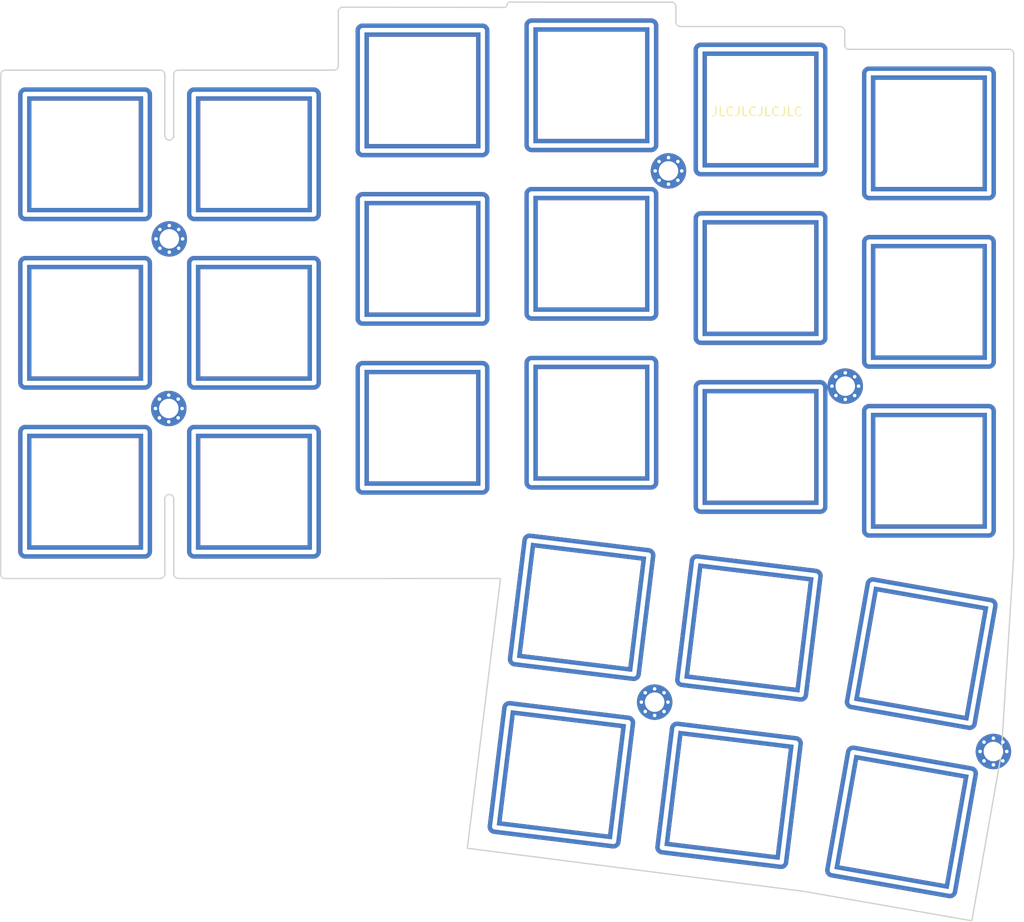
<source format=kicad_pcb>
(kicad_pcb (version 20211014) (generator pcbnew)
  (title_block (title "Corne Top Plate") (date "2018-12-09") (rev "2.1") (company "foostan"))
  (layers (0 "F.Cu" signal) (31 "B.Cu" signal) (34 "B.Paste" user) (35 "F.Paste" user) (36 "B.SilkS" user "B.Silkscreen") (37 "F.SilkS" user "F.Silkscreen") (38 "B.Mask" user) (39 "F.Mask" user) (44 "Edge.Cuts" user))
  (net 0 "")
  (footprint "kbd:SW_Hole_TH" (layer "F.Cu") (at 64.21 70.645)
    (fp_text reference "SW2" hide)
    (fp_text value "KEY_SWITCH" hide)
    (pad "1" thru_hole oval locked (at -6.8 0) (size 1.5 15) (drill oval 0.5 14) (layers *.Cu *.Mask))
    (pad "1" thru_hole oval locked (at 0 -6.8 90) (size 1.5 15) (drill oval 0.5 14) (layers *.Cu *.Mask))
    (pad "1" thru_hole oval locked (at 0 6.8 90) (size 1.5 15) (drill oval 0.5 14) (layers *.Cu *.Mask))
    (pad "1" thru_hole oval locked (at 6.8 0) (size 1.5 15) (drill oval 0.5 14) (layers *.Cu *.Mask))
  )
  (footprint "kbd:SW_Hole_TH" (layer "F.Cu") (at 121.31 62.855)
    (fp_text reference "SW2" hide)
    (fp_text value "KEY_SWITCH" hide)
    (pad "1" thru_hole oval locked (at 0 6.8 90) (size 1.5 15) (drill oval 0.5 14) (layers *.Cu *.Mask))
    (pad "1" thru_hole oval locked (at 6.8 0) (size 1.5 15) (drill oval 0.5 14) (layers *.Cu *.Mask))
    (pad "1" thru_hole oval locked (at 0 -6.8 90) (size 1.5 15) (drill oval 0.5 14) (layers *.Cu *.Mask))
    (pad "1" thru_hole oval locked (at -6.8 0) (size 1.5 15) (drill oval 0.5 14) (layers *.Cu *.Mask))
  )
  (footprint "kbd:SW_Hole_TH" (layer "F.Cu") (at 117.93 140.665 -7)
    (fp_text reference "SW2" hide)
    (fp_text value "KEY_SWITCH" hide)
    (pad "1" thru_hole oval locked (at 6.8 0 353) (size 1.5 15) (drill oval 0.5 14) (layers *.Cu *.Mask))
    (pad "1" thru_hole oval locked (at -6.8 0 353) (size 1.5 15) (drill oval 0.5 14) (layers *.Cu *.Mask))
    (pad "1" thru_hole oval locked (at 0 6.8 83) (size 1.5 15) (drill oval 0.5 14) (layers *.Cu *.Mask))
    (pad "1" thru_hole oval locked (at 0 -6.8 83) (size 1.5 15) (drill oval 0.5 14) (layers *.Cu *.Mask))
  )
  (footprint "kbd:SW_Hole_TH" (layer "F.Cu") (at 140.39 65.595)
    (fp_text reference "SW2" hide)
    (fp_text value "KEY_SWITCH" hide)
    (pad "1" thru_hole oval locked (at 0 6.8 90) (size 1.5 15) (drill oval 0.5 14) (layers *.Cu *.Mask))
    (pad "1" thru_hole oval locked (at -6.8 0) (size 1.5 15) (drill oval 0.5 14) (layers *.Cu *.Mask))
    (pad "1" thru_hole oval locked (at 0 -6.8 90) (size 1.5 15) (drill oval 0.5 14) (layers *.Cu *.Mask))
    (pad "1" thru_hole oval locked (at 6.8 0) (size 1.5 15) (drill oval 0.5 14) (layers *.Cu *.Mask))
  )
  (footprint "kbd:SW_Hole_TH" (layer "F.Cu") (at 83.25 89.665)
    (fp_text reference "SW2" hide)
    (fp_text value "KEY_SWITCH" hide)
    (pad "1" thru_hole oval locked (at -6.8 0) (size 1.5 15) (drill oval 0.5 14) (layers *.Cu *.Mask))
    (pad "1" thru_hole oval locked (at 6.8 0) (size 1.5 15) (drill oval 0.5 14) (layers *.Cu *.Mask))
    (pad "1" thru_hole oval locked (at 0 -6.8 90) (size 1.5 15) (drill oval 0.5 14) (layers *.Cu *.Mask))
    (pad "1" thru_hole oval locked (at 0 6.8 90) (size 1.5 15) (drill oval 0.5 14) (layers *.Cu *.Mask))
  )
  (footprint "kbd:SW_Hole_TH" (layer "F.Cu") (at 102.26 101.515)
    (fp_text reference "SW2" hide)
    (fp_text value "KEY_SWITCH" hide)
    (pad "1" thru_hole oval locked (at 0 6.8 90) (size 1.5 15) (drill oval 0.5 14) (layers *.Cu *.Mask))
    (pad "1" thru_hole oval locked (at 6.8 0) (size 1.5 15) (drill oval 0.5 14) (layers *.Cu *.Mask))
    (pad "1" thru_hole oval locked (at -6.8 0) (size 1.5 15) (drill oval 0.5 14) (layers *.Cu *.Mask))
    (pad "1" thru_hole oval locked (at 0 -6.8 90) (size 1.5 15) (drill oval 0.5 14) (layers *.Cu *.Mask))
  )
  (footprint "kbd:SW_Hole_TH" (layer "F.Cu") (at 64.21 89.665)
    (fp_text reference "SW2" hide)
    (fp_text value "KEY_SWITCH" hide)
    (pad "1" thru_hole oval locked (at 0 -6.8 90) (size 1.5 15) (drill oval 0.5 14) (layers *.Cu *.Mask))
    (pad "1" thru_hole oval locked (at 6.8 0) (size 1.5 15) (drill oval 0.5 14) (layers *.Cu *.Mask))
    (pad "1" thru_hole oval locked (at -6.8 0) (size 1.5 15) (drill oval 0.5 14) (layers *.Cu *.Mask))
    (pad "1" thru_hole oval locked (at 0 6.8 90) (size 1.5 15) (drill oval 0.5 14) (layers *.Cu *.Mask))
  )
  (footprint "kbd:SW_Hole_TH" (layer "F.Cu") (at 159.38 68.285)
    (fp_text reference "SW2" hide)
    (fp_text value "KEY_SWITCH" hide)
    (pad "1" thru_hole oval locked (at -6.8 0) (size 1.5 15) (drill oval 0.5 14) (layers *.Cu *.Mask))
    (pad "1" thru_hole oval locked (at 0 6.8 90) (size 1.5 15) (drill oval 0.5 14) (layers *.Cu *.Mask))
    (pad "1" thru_hole oval locked (at 6.8 0) (size 1.5 15) (drill oval 0.5 14) (layers *.Cu *.Mask))
    (pad "1" thru_hole oval locked (at 0 -6.8 90) (size 1.5 15) (drill oval 0.5 14) (layers *.Cu *.Mask))
  )
  (footprint "kbd:SW_Hole_TH" (layer "F.Cu") (at 159.38 106.365)
    (fp_text reference "SW2" hide)
    (fp_text value "KEY_SWITCH" hide)
    (pad "1" thru_hole oval locked (at -6.8 0) (size 1.5 15) (drill oval 0.5 14) (layers *.Cu *.Mask))
    (pad "1" thru_hole oval locked (at 0 -6.8 90) (size 1.5 15) (drill oval 0.5 14) (layers *.Cu *.Mask))
    (pad "1" thru_hole oval locked (at 0 6.8 90) (size 1.5 15) (drill oval 0.5 14) (layers *.Cu *.Mask))
    (pad "1" thru_hole oval locked (at 6.8 0) (size 1.5 15) (drill oval 0.5 14) (layers *.Cu *.Mask))
  )
  (footprint "kbd:M2_HOLE_v3" (layer "F.Cu") (at 166.655565 138.041013 90)
    (fp_text reference "" (at 0 -3.2 90) (layer "F.SilkS"))
    (fp_text value "")
    (pad "1" thru_hole circle locked (at -1.06 -1.06 90) (size 0.5 0.5) (drill 0.4) (layers *.Cu *.Mask))
    (pad "1" thru_hole circle locked (at 0 -1.5 90) (size 0.5 0.5) (drill 0.4) (layers *.Cu *.Mask))
    (pad "1" thru_hole circle locked (at 1.5 0 90) (size 0.5 0.5) (drill 0.4) (layers *.Cu *.Mask))
    (pad "1" thru_hole circle locked (at 1.06 -1.06 90) (size 0.5 0.5) (drill 0.4) (layers *.Cu *.Mask))
    (pad "1" thru_hole circle locked (at -1.5 0 90) (size 0.5 0.5) (drill 0.4) (layers *.Cu *.Mask))
    (pad "1" thru_hole circle locked (at 0 1.5 90) (size 0.5 0.5) (drill 0.4) (layers *.Cu *.Mask))
    (pad "1" thru_hole circle locked (at -1.06 1.06 90) (size 0.5 0.5) (drill 0.4) (layers *.Cu *.Mask))
    (pad "1" thru_hole circle locked (at 1.06 1.06 90) (size 0.5 0.5) (drill 0.4) (layers *.Cu *.Mask))
    (pad "1" thru_hole circle locked (at 0 0 90) (size 4 4) (drill 2.2) (layers *.Cu *.Mask))
  )
  (footprint "kbd:SW_Hole_TH" (layer "F.Cu") (at 102.26 63.435)
    (fp_text reference "SW2" hide)
    (fp_text value "KEY_SWITCH" hide)
    (pad "1" thru_hole oval locked (at 0 6.8 90) (size 1.5 15) (drill oval 0.5 14) (layers *.Cu *.Mask))
    (pad "1" thru_hole oval locked (at 0 -6.8 90) (size 1.5 15) (drill oval 0.5 14) (layers *.Cu *.Mask))
    (pad "1" thru_hole oval locked (at -6.8 0) (size 1.5 15) (drill oval 0.5 14) (layers *.Cu *.Mask))
    (pad "1" thru_hole oval locked (at 6.8 0) (size 1.5 15) (drill oval 0.5 14) (layers *.Cu *.Mask))
  )
  (footprint "kbd:SW_Hole_TH" (layer "F.Cu") (at 121.31 100.935)
    (fp_text reference "SW2" hide)
    (fp_text value "KEY_SWITCH" hide)
    (pad "1" thru_hole oval locked (at 6.8 0) (size 1.5 15) (drill oval 0.5 14) (layers *.Cu *.Mask))
    (pad "1" thru_hole oval locked (at 0 6.8 90) (size 1.5 15) (drill oval 0.5 14) (layers *.Cu *.Mask))
    (pad "1" thru_hole oval locked (at -6.8 0) (size 1.5 15) (drill oval 0.5 14) (layers *.Cu *.Mask))
    (pad "1" thru_hole oval locked (at 0 -6.8 90) (size 1.5 15) (drill oval 0.5 14) (layers *.Cu *.Mask))
  )
  (footprint "kbd:M2_HOLE_v3" (layer "F.Cu") (at 128.445565 132.471013 90)
    (fp_text reference "" (at 0 -3.2 90) (layer "F.SilkS"))
    (fp_text value "")
    (pad "1" thru_hole circle locked (at -1.06 1.06 90) (size 0.5 0.5) (drill 0.4) (layers *.Cu *.Mask))
    (pad "1" thru_hole circle locked (at 0 0 90) (size 4 4) (drill 2.2) (layers *.Cu *.Mask))
    (pad "1" thru_hole circle locked (at 1.06 1.06 90) (size 0.5 0.5) (drill 0.4) (layers *.Cu *.Mask))
    (pad "1" thru_hole circle locked (at 0 1.5 90) (size 0.5 0.5) (drill 0.4) (layers *.Cu *.Mask))
    (pad "1" thru_hole circle locked (at 1.06 -1.06 90) (size 0.5 0.5) (drill 0.4) (layers *.Cu *.Mask))
    (pad "1" thru_hole circle locked (at -1.5 0 90) (size 0.5 0.5) (drill 0.4) (layers *.Cu *.Mask))
    (pad "1" thru_hole circle locked (at 0 -1.5 90) (size 0.5 0.5) (drill 0.4) (layers *.Cu *.Mask))
    (pad "1" thru_hole circle locked (at -1.06 -1.06 90) (size 0.5 0.5) (drill 0.4) (layers *.Cu *.Mask))
    (pad "1" thru_hole circle locked (at 1.5 0 90) (size 0.5 0.5) (drill 0.4) (layers *.Cu *.Mask))
  )
  (footprint "kbd:SW_Hole_TH" (layer "F.Cu") (at 83.25 70.645)
    (fp_text reference "SW2" hide)
    (fp_text value "KEY_SWITCH" hide)
    (pad "1" thru_hole oval locked (at 0 6.8 90) (size 1.5 15) (drill oval 0.5 14) (layers *.Cu *.Mask))
    (pad "1" thru_hole oval locked (at -6.8 0) (size 1.5 15) (drill oval 0.5 14) (layers *.Cu *.Mask))
    (pad "1" thru_hole oval locked (at 6.8 0) (size 1.5 15) (drill oval 0.5 14) (layers *.Cu *.Mask))
    (pad "1" thru_hole oval locked (at 0 -6.8 90) (size 1.5 15) (drill oval 0.5 14) (layers *.Cu *.Mask))
  )
  (footprint "kbd:SW_Hole_TH" (layer "F.Cu") (at 140.39 84.615)
    (fp_text reference "SW2" hide)
    (fp_text value "KEY_SWITCH" hide)
    (pad "1" thru_hole oval locked (at -6.8 0) (size 1.5 15) (drill oval 0.5 14) (layers *.Cu *.Mask))
    (pad "1" thru_hole oval locked (at 0 -6.8 90) (size 1.5 15) (drill oval 0.5 14) (layers *.Cu *.Mask))
    (pad "1" thru_hole oval locked (at 0 6.8 90) (size 1.5 15) (drill oval 0.5 14) (layers *.Cu *.Mask))
    (pad "1" thru_hole oval locked (at 6.8 0) (size 1.5 15) (drill oval 0.5 14) (layers *.Cu *.Mask))
  )
  (footprint "kbd:SW_Hole_TH" (layer "F.Cu") (at 121.31 81.875)
    (fp_text reference "SW2" hide)
    (fp_text value "KEY_SWITCH" hide)
    (pad "1" thru_hole oval locked (at 6.8 0) (size 1.5 15) (drill oval 0.5 14) (layers *.Cu *.Mask))
    (pad "1" thru_hole oval locked (at 0 6.8 90) (size 1.5 15) (drill oval 0.5 14) (layers *.Cu *.Mask))
    (pad "1" thru_hole oval locked (at 0 -6.8 90) (size 1.5 15) (drill oval 0.5 14) (layers *.Cu *.Mask))
    (pad "1" thru_hole oval locked (at -6.8 0) (size 1.5 15) (drill oval 0.5 14) (layers *.Cu *.Mask))
  )
  (footprint "kbd:M2_HOLE_v3" (layer "F.Cu") (at 149.945565 96.811013)
    (fp_text reference "" (at 0 -3.2) (layer "F.SilkS"))
    (fp_text value "")
    (pad "1" thru_hole circle locked (at -1.06 -1.06) (size 0.5 0.5) (drill 0.4) (layers *.Cu *.Mask))
    (pad "1" thru_hole circle locked (at 0 1.5) (size 0.5 0.5) (drill 0.4) (layers *.Cu *.Mask))
    (pad "1" thru_hole circle locked (at -1.06 1.06) (size 0.5 0.5) (drill 0.4) (layers *.Cu *.Mask))
    (pad "1" thru_hole circle locked (at 1.06 -1.06) (size 0.5 0.5) (drill 0.4) (layers *.Cu *.Mask))
    (pad "1" thru_hole circle locked (at -1.5 0) (size 0.5 0.5) (drill 0.4) (layers *.Cu *.Mask))
    (pad "1" thru_hole circle locked (at 0 0) (size 4 4) (drill 2.2) (layers *.Cu *.Mask))
    (pad "1" thru_hole circle locked (at 1.5 0) (size 0.5 0.5) (drill 0.4) (layers *.Cu *.Mask))
    (pad "1" thru_hole circle locked (at 1.06 1.06) (size 0.5 0.5) (drill 0.4) (layers *.Cu *.Mask))
    (pad "1" thru_hole circle locked (at 0 -1.5) (size 0.5 0.5) (drill 0.4) (layers *.Cu *.Mask))
  )
  (footprint "kbd:SW_Hole_TH" (layer "F.Cu") (at 83.25 108.725)
    (fp_text reference "SW2" hide)
    (fp_text value "KEY_SWITCH" hide)
    (pad "1" thru_hole oval locked (at 6.8 0) (size 1.5 15) (drill oval 0.5 14) (layers *.Cu *.Mask))
    (pad "1" thru_hole oval locked (at 0 -6.8 90) (size 1.5 15) (drill oval 0.5 14) (layers *.Cu *.Mask))
    (pad "1" thru_hole oval locked (at -6.8 0) (size 1.5 15) (drill oval 0.5 14) (layers *.Cu *.Mask))
    (pad "1" thru_hole oval locked (at 0 6.8 90) (size 1.5 15) (drill oval 0.5 14) (layers *.Cu *.Mask))
  )
  (footprint "kbd:SW_Hole_TH" (layer "F.Cu") (at 159.38 87.305)
    (fp_text reference "SW2" hide)
    (fp_text value "KEY_SWITCH" hide)
    (pad "1" thru_hole oval locked (at 0 -6.8 90) (size 1.5 15) (drill oval 0.5 14) (layers *.Cu *.Mask))
    (pad "1" thru_hole oval locked (at 6.8 0) (size 1.5 15) (drill oval 0.5 14) (layers *.Cu *.Mask))
    (pad "1" thru_hole oval locked (at -6.8 0) (size 1.5 15) (drill oval 0.5 14) (layers *.Cu *.Mask))
    (pad "1" thru_hole oval locked (at 0 6.8 90) (size 1.5 15) (drill oval 0.5 14) (layers *.Cu *.Mask))
  )
  (footprint "kbd:SW_Hole_TH" (layer "F.Cu") (at 156.293307 145.984192 -10)
    (fp_text reference "SW2" hide)
    (fp_text value "KEY_SWITCH" hide)
    (pad "1" thru_hole oval locked (at 6.8 0 350) (size 1.5 15) (drill oval 0.5 14) (layers *.Cu *.Mask))
    (pad "1" thru_hole oval locked (at -6.8 0 350) (size 1.5 15) (drill oval 0.5 14) (layers *.Cu *.Mask))
    (pad "1" thru_hole oval locked (at 0 -6.8 80) (size 1.5 15) (drill oval 0.5 14) (layers *.Cu *.Mask))
    (pad "1" thru_hole oval locked (at 0 6.8 80) (size 1.5 15) (drill oval 0.5 14) (layers *.Cu *.Mask))
  )
  (footprint "kbd:SW_Hole_TH" (layer "F.Cu") (at 64.21 108.725)
    (fp_text reference "SW2" hide)
    (fp_text value "KEY_SWITCH" hide)
    (pad "1" thru_hole oval locked (at 6.8 0) (size 1.5 15) (drill oval 0.5 14) (layers *.Cu *.Mask))
    (pad "1" thru_hole oval locked (at 0 6.8 90) (size 1.5 15) (drill oval 0.5 14) (layers *.Cu *.Mask))
    (pad "1" thru_hole oval locked (at -6.8 0) (size 1.5 15) (drill oval 0.5 14) (layers *.Cu *.Mask))
    (pad "1" thru_hole oval locked (at 0 -6.8 90) (size 1.5 15) (drill oval 0.5 14) (layers *.Cu *.Mask))
  )
  (footprint "kbd:M2_HOLE_v3" (layer "F.Cu") (at 130.005565 72.521013)
    (fp_text reference "" (at 0 -3.2) (layer "F.SilkS"))
    (fp_text value "")
    (pad "1" thru_hole circle locked (at -1.06 -1.06) (size 0.5 0.5) (drill 0.4) (layers *.Cu *.Mask))
    (pad "1" thru_hole circle locked (at 0 -1.5) (size 0.5 0.5) (drill 0.4) (layers *.Cu *.Mask))
    (pad "1" thru_hole circle locked (at -1.5 0) (size 0.5 0.5) (drill 0.4) (layers *.Cu *.Mask))
    (pad "1" thru_hole circle locked (at 1.06 1.06) (size 0.5 0.5) (drill 0.4) (layers *.Cu *.Mask))
    (pad "1" thru_hole circle locked (at 1.06 -1.06) (size 0.5 0.5) (drill 0.4) (layers *.Cu *.Mask))
    (pad "1" thru_hole circle locked (at 1.5 0) (size 0.5 0.5) (drill 0.4) (layers *.Cu *.Mask))
    (pad "1" thru_hole circle locked (at -1.06 1.06) (size 0.5 0.5) (drill 0.4) (layers *.Cu *.Mask))
    (pad "1" thru_hole circle locked (at 0 1.5) (size 0.5 0.5) (drill 0.4) (layers *.Cu *.Mask))
    (pad "1" thru_hole circle locked (at 0 0) (size 4 4) (drill 2.2) (layers *.Cu *.Mask))
  )
  (footprint "kbd:SW_Hole_TH" (layer "F.Cu") (at 139.08 124.095 -7)
    (fp_text reference "SW2" hide)
    (fp_text value "KEY_SWITCH" hide)
    (pad "1" thru_hole oval locked (at -6.8 0 353) (size 1.5 15) (drill oval 0.5 14) (layers *.Cu *.Mask))
    (pad "1" thru_hole oval locked (at 0 6.8 83) (size 1.5 15) (drill oval 0.5 14) (layers *.Cu *.Mask))
    (pad "1" thru_hole oval locked (at 6.8 0 353) (size 1.5 15) (drill oval 0.5 14) (layers *.Cu *.Mask))
    (pad "1" thru_hole oval locked (at 0 -6.8 83) (size 1.5 15) (drill oval 0.5 14) (layers *.Cu *.Mask))
  )
  (footprint "kbd:SW_Hole_TH" (layer "F.Cu") (at 120.209314 121.765 -7)
    (fp_text reference "SW2" hide)
    (fp_text value "KEY_SWITCH" hide)
    (pad "1" thru_hole oval locked (at -6.8 0 353) (size 1.5 15) (drill oval 0.5 14) (layers *.Cu *.Mask))
    (pad "1" thru_hole oval locked (at 0 6.8 83) (size 1.5 15) (drill oval 0.5 14) (layers *.Cu *.Mask))
    (pad "1" thru_hole oval locked (at 0 -6.8 83) (size 1.5 15) (drill oval 0.5 14) (layers *.Cu *.Mask))
    (pad "1" thru_hole oval locked (at 6.8 0 353) (size 1.5 15) (drill oval 0.5 14) (layers *.Cu *.Mask))
  )
  (footprint "kbd:SW_Hole_TH" (layer "F.Cu") (at 102.26 82.455)
    (fp_text reference "SW2" hide)
    (fp_text value "KEY_SWITCH" hide)
    (pad "1" thru_hole oval locked (at 6.8 0) (size 1.5 15) (drill oval 0.5 14) (layers *.Cu *.Mask))
    (pad "1" thru_hole oval locked (at -6.8 0) (size 1.5 15) (drill oval 0.5 14) (layers *.Cu *.Mask))
    (pad "1" thru_hole oval locked (at 0 -6.8 90) (size 1.5 15) (drill oval 0.5 14) (layers *.Cu *.Mask))
    (pad "1" thru_hole oval locked (at 0 6.8 90) (size 1.5 15) (drill oval 0.5 14) (layers *.Cu *.Mask))
  )
  (footprint "kbd:M2_HOLE_v3" (layer "F.Cu") (at 73.645565 99.331013)
    (fp_text reference "" (at 0 -3.2) (layer "F.SilkS"))
    (fp_text value "")
    (pad "1" thru_hole circle locked (at 1.06 1.06) (size 0.5 0.5) (drill 0.4) (layers *.Cu *.Mask))
    (pad "1" thru_hole circle locked (at 1.06 -1.06) (size 0.5 0.5) (drill 0.4) (layers *.Cu *.Mask))
    (pad "1" thru_hole circle locked (at -1.06 -1.06) (size 0.5 0.5) (drill 0.4) (layers *.Cu *.Mask))
    (pad "1" thru_hole circle locked (at -1.5 0) (size 0.5 0.5) (drill 0.4) (layers *.Cu *.Mask))
    (pad "1" thru_hole circle locked (at -1.06 1.06) (size 0.5 0.5) (drill 0.4) (layers *.Cu *.Mask))
    (pad "1" thru_hole circle locked (at 0 1.5) (size 0.5 0.5) (drill 0.4) (layers *.Cu *.Mask))
    (pad "1" thru_hole circle locked (at 0 0) (size 4 4) (drill 2.2) (layers *.Cu *.Mask))
    (pad "1" thru_hole circle locked (at 1.5 0) (size 0.5 0.5) (drill 0.4) (layers *.Cu *.Mask))
    (pad "1" thru_hole circle locked (at 0 -1.5) (size 0.5 0.5) (drill 0.4) (layers *.Cu *.Mask))
  )
  (footprint "kbd:SW_Hole_TH" (layer "F.Cu") (at 136.84 142.985 -7)
    (fp_text reference "SW2" hide)
    (fp_text value "KEY_SWITCH" hide)
    (pad "1" thru_hole oval locked (at 0 -6.8 83) (size 1.5 15) (drill oval 0.5 14) (layers *.Cu *.Mask))
    (pad "1" thru_hole oval locked (at -6.8 0 353) (size 1.5 15) (drill oval 0.5 14) (layers *.Cu *.Mask))
    (pad "1" thru_hole oval locked (at 6.8 0 353) (size 1.5 15) (drill oval 0.5 14) (layers *.Cu *.Mask))
    (pad "1" thru_hole oval locked (at 0 6.8 83) (size 1.5 15) (drill oval 0.5 14) (layers *.Cu *.Mask))
  )
  (footprint "kbd:SW_Hole_TH" (layer "F.Cu") (at 158.51 126.995 -10)
    (fp_text reference "SW2" hide)
    (fp_text value "KEY_SWITCH" hide)
    (pad "1" thru_hole oval locked (at -6.8 0 350) (size 1.5 15) (drill oval 0.5 14) (layers *.Cu *.Mask))
    (pad "1" thru_hole oval locked (at 0 -6.8 80) (size 1.5 15) (drill oval 0.5 14) (layers *.Cu *.Mask))
    (pad "1" thru_hole oval locked (at 6.8 0 350) (size 1.5 15) (drill oval 0.5 14) (layers *.Cu *.Mask))
    (pad "1" thru_hole oval locked (at 0 6.8 80) (size 1.5 15) (drill oval 0.5 14) (layers *.Cu *.Mask))
  )
  (footprint "kbd:SW_Hole_TH" (layer "F.Cu") (at 140.39 103.675)
    (fp_text reference "SW2" hide)
    (fp_text value "KEY_SWITCH" hide)
    (pad "1" thru_hole oval locked (at 0 -6.8 90) (size 1.5 15) (drill oval 0.5 14) (layers *.Cu *.Mask))
    (pad "1" thru_hole oval locked (at -6.8 0) (size 1.5 15) (drill oval 0.5 14) (layers *.Cu *.Mask))
    (pad "1" thru_hole oval locked (at 6.8 0) (size 1.5 15) (drill oval 0.5 14) (layers *.Cu *.Mask))
    (pad "1" thru_hole oval locked (at 0 6.8 90) (size 1.5 15) (drill oval 0.5 14) (layers *.Cu *.Mask))
  )
  (footprint "kbd:M2_HOLE_v3" (layer "F.Cu") (at 73.705565 80.191013)
    (fp_text reference "" (at 0 -3.2) (layer "F.SilkS"))
    (fp_text value "")
    (pad "1" thru_hole circle locked (at 1.06 1.06) (size 0.5 0.5) (drill 0.4) (layers *.Cu *.Mask))
    (pad "1" thru_hole circle locked (at -1.5 0) (size 0.5 0.5) (drill 0.4) (layers *.Cu *.Mask))
    (pad "1" thru_hole circle locked (at -1.06 -1.06) (size 0.5 0.5) (drill 0.4) (layers *.Cu *.Mask))
    (pad "1" thru_hole circle locked (at 0 1.5) (size 0.5 0.5) (drill 0.4) (layers *.Cu *.Mask))
    (pad "1" thru_hole circle locked (at 1.5 0) (size 0.5 0.5) (drill 0.4) (layers *.Cu *.Mask))
    (pad "1" thru_hole circle locked (at -1.06 1.06) (size 0.5 0.5) (drill 0.4) (layers *.Cu *.Mask))
    (pad "1" thru_hole circle locked (at 0 0) (size 4 4) (drill 2.2) (layers *.Cu *.Mask))
    (pad "1" thru_hole circle locked (at 0 -1.5) (size 0.5 0.5) (drill 0.4) (layers *.Cu *.Mask))
    (pad "1" thru_hole circle locked (at 1.06 -1.06) (size 0.5 0.5) (drill 0.4) (layers *.Cu *.Mask))
  )
  (gr_line (start 92.908047 118.519671) (end 74.748047 118.519671) (layer "Edge.Cuts") (width 0.15))
  (gr_arc (start 150.368964 58.798754) (mid 150.008965 58.663732) (end 149.888047 58.298754) (layer "Edge.Cuts") (width 0.15))
  (gr_line (start 92.268047 61.149671) (end 74.698047 61.149671) (layer "Edge.Cuts") (width 0.15))
  (gr_arc (start 73.208047 118.059671) (mid 72.991005 118.406311) (end 72.598047 118.519671) (layer "Edge.Cuts") (width 0.15))
  (gr_line (start 164.22 157.145) (end 167.54 138.335) (layer "Edge.Cuts") (width 0.15))
  (gr_arc (start 74.198047 68.539671) (mid 74.054507 68.896131) (end 73.698047 69.039671) (layer "Edge.Cuts") (width 0.15))
  (gr_line (start 54.688047 61.649671) (end 54.688047 118.009671) (layer "Edge.Cuts") (width 0.15))
  (gr_line (start 130.3445 53.473219) (end 112.068047 53.469671) (layer "Edge.Cuts") (width 0.15))
  (gr_arc (start 92.768047 60.649671) (mid 92.6216 61.003224) (end 92.268047 61.149671) (layer "Edge.Cuts") (width 0.15))
  (gr_line (start 111.06 118.515) (end 92.908047 118.519671) (layer "Edge.Cuts") (width 0.15))
  (gr_arc (start 149.360404 56.226118) (mid 149.738261 56.407987) (end 149.888047 56.799671) (layer "Edge.Cuts") (width 0.15))
  (gr_line (start 167.54 138.335) (end 168.938047 116.015) (layer "Edge.Cuts") (width 0.15))
  (gr_line (start 73.208047 118.059671) (end 73.198047 109.539671) (layer "Edge.Cuts") (width 0.15))
  (gr_arc (start 73.198047 109.539671) (mid 73.344494 109.186118) (end 73.698047 109.039671) (layer "Edge.Cuts") (width 0.15))
  (gr_line (start 74.204494 109.539671) (end 74.204494 118.059671) (layer "Edge.Cuts") (width 0.15))
  (gr_line (start 168.938047 59.299671) (end 168.938047 60.319671) (layer "Edge.Cuts") (width 0.15))
  (gr_line (start 73.198047 61.649671) (end 73.198047 68.539671) (layer "Edge.Cuts") (width 0.15))
  (gr_line (start 130.8416 55.726118) (end 130.8445 53.973219) (layer "Edge.Cuts") (width 0.15))
  (gr_arc (start 111.798047 53.749671) (mid 111.731659 53.974081) (end 111.518047 54.069671) (layer "Edge.Cuts") (width 0.15))
  (gr_arc (start 92.768047 54.549671) (mid 92.908011 54.196736) (end 93.258047 54.049671) (layer "Edge.Cuts") (width 0.15))
  (gr_arc (start 74.748047 118.519671) (mid 74.39565 118.384935) (end 74.204494 118.059671) (layer "Edge.Cuts") (width 0.15))
  (gr_arc (start 72.698047 61.149671) (mid 73.0516 61.296118) (end 73.198047 61.649671) (layer "Edge.Cuts") (width 0.15))
  (gr_line (start 145.188047 153.809671) (end 164.22 157.145) (layer "Edge.Cuts") (width 0.15))
  (gr_arc (start 111.798047 53.749671) (mid 111.888707 53.566914) (end 112.068047 53.469671) (layer "Edge.Cuts") (width 0.15))
  (gr_line (start 107.318047 148.959671) (end 145.188047 153.809671) (layer "Edge.Cuts") (width 0.15))
  (gr_arc (start 130.3445 53.473219) (mid 130.698048 53.619671) (end 130.8445 53.973219) (layer "Edge.Cuts") (width 0.15))
  (gr_line (start 72.698047 61.149671) (end 55.188047 61.149671) (layer "Edge.Cuts") (width 0.15))
  (gr_arc (start 54.688047 61.649671) (mid 54.834494 61.296118) (end 55.188047 61.149671) (layer "Edge.Cuts") (width 0.15))
  (gr_line (start 168.438047 58.799671) (end 150.368964 58.798754) (layer "Edge.Cuts") (width 0.15))
  (gr_line (start 149.360404 56.226118) (end 131.3416 56.226118) (layer "Edge.Cuts") (width 0.15))
  (gr_arc (start 55.208047 118.519671) (mid 54.834143 118.380808) (end 54.688047 118.009671) (layer "Edge.Cuts") (width 0.15))
  (gr_line (start 149.888047 58.298754) (end 149.888047 56.799671) (layer "Edge.Cuts") (width 0.15))
  (gr_line (start 92.768047 54.549671) (end 92.768047 60.649671) (layer "Edge.Cuts") (width 0.15))
  (gr_arc (start 73.698047 69.039671) (mid 73.344494 68.893224) (end 73.198047 68.539671) (layer "Edge.Cuts") (width 0.15))
  (gr_line (start 55.208047 118.519671) (end 72.598047 118.519671) (layer "Edge.Cuts") (width 0.15))
  (gr_arc (start 74.198047 61.649671) (mid 74.344494 61.296118) (end 74.698047 61.149671) (layer "Edge.Cuts") (width 0.15))
  (gr_line (start 111.06 118.515) (end 107.318047 148.959671) (layer "Edge.Cuts") (width 0.15))
  (gr_arc (start 73.698047 109.039671) (mid 74.058645 109.180912) (end 74.204494 109.539671) (layer "Edge.Cuts") (width 0.15))
  (gr_line (start 74.198047 68.539671) (end 74.198047 61.649671) (layer "Edge.Cuts") (width 0.15))
  (gr_arc (start 168.438047 58.799671) (mid 168.7916 58.946118) (end 168.938047 59.299671) (layer "Edge.Cuts") (width 0.15))
  (gr_line (start 111.518047 54.069671) (end 93.258047 54.049671) (layer "Edge.Cuts") (width 0.15))
  (gr_line (start 168.938047 60.319671) (end 168.938047 116.015) (layer "Edge.Cuts") (width 0.15))
  (gr_arc (start 131.3416 56.226118) (mid 130.988047 56.079671) (end 130.8416 55.726118) (layer "Edge.Cuts") (width 0.15))
  (gr_text "JLCJLCJLCJLC" (at 139.99 65.835) (layer "F.SilkS") (effects (font (size 1 1))))
)
</source>
